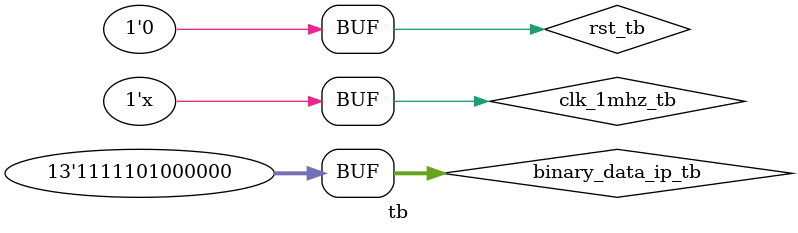
<source format=v>
`timescale 1ns/1ns

module tb();
	reg clk_1mhz_tb, rst_tb;
	reg [12:0] binary_data_ip_tb;
	wire [15:0] bcd_data_op_tb;
	always #5 clk_1mhz_tb = ~clk_1mhz_tb;
	initial begin
		binary_data_ip_tb = 8000;
		clk_1mhz_tb = 0;
		rst_tb = 1;
		#10
		rst_tb = 0;
		//#220
		//binary_data_ip_tb = 77;
	end
	binary_to_bcd uut0(clk_1mhz_tb, rst_tb, binary_data_ip_tb, bcd_data_op_tb);
endmodule
</source>
